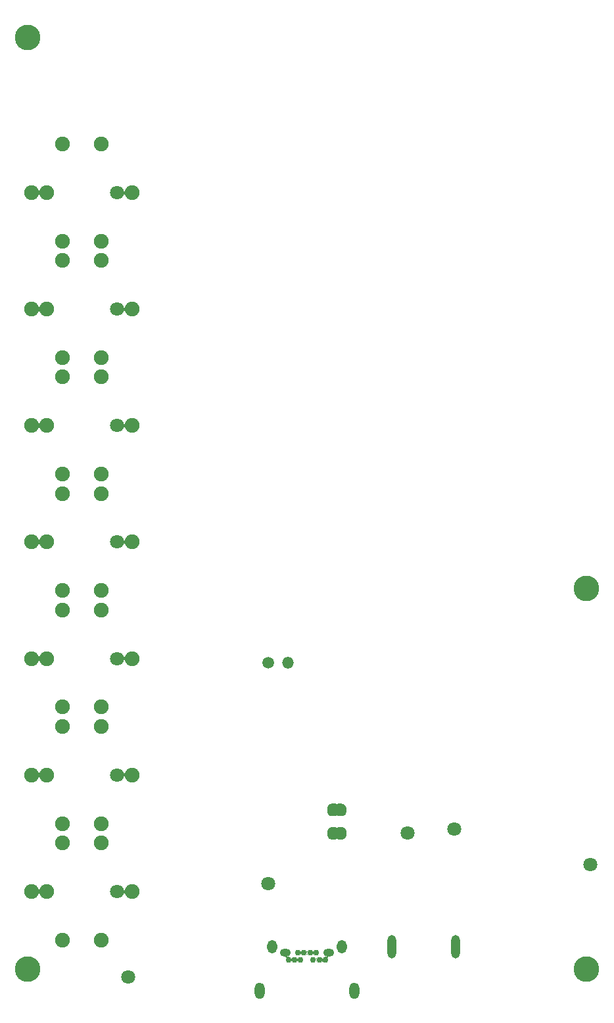
<source format=gbr>
G04 #@! TF.GenerationSoftware,KiCad,Pcbnew,(5.1.9-0-10_14)*
G04 #@! TF.CreationDate,2021-05-25T14:16:09+02:00*
G04 #@! TF.ProjectId,foodSampler_v21,666f6f64-5361-46d7-906c-65725f763231,rev?*
G04 #@! TF.SameCoordinates,Original*
G04 #@! TF.FileFunction,Soldermask,Bot*
G04 #@! TF.FilePolarity,Negative*
%FSLAX46Y46*%
G04 Gerber Fmt 4.6, Leading zero omitted, Abs format (unit mm)*
G04 Created by KiCad (PCBNEW (5.1.9-0-10_14)) date 2021-05-25 14:16:09*
%MOMM*%
%LPD*%
G01*
G04 APERTURE LIST*
%ADD10C,1.802000*%
%ADD11C,1.902000*%
%ADD12O,1.302000X2.102000*%
%ADD13O,1.302000X1.702000*%
%ADD14O,1.402000X1.002000*%
%ADD15C,0.752000*%
%ADD16C,3.302000*%
%ADD17C,1.502000*%
%ADD18O,1.502000X1.502000*%
%ADD19O,1.102000X3.002000*%
%ADD20C,0.100000*%
G04 APERTURE END LIST*
D10*
X41500000Y-145000000D03*
D11*
X32500000Y-145000000D03*
X30500000Y-145000000D03*
X43500000Y-145000000D03*
X34500000Y-151250000D03*
X34500000Y-138750000D03*
X39500000Y-151250000D03*
X39500000Y-138750000D03*
D10*
X41500000Y-70000000D03*
D11*
X32500000Y-70000000D03*
X30500000Y-70000000D03*
X43500000Y-70000000D03*
X34500000Y-76250000D03*
X34500000Y-63750000D03*
X39500000Y-76250000D03*
X39500000Y-63750000D03*
D12*
X59925000Y-157750000D03*
X72075000Y-157750000D03*
D13*
X70500000Y-152150000D03*
X61500000Y-152150000D03*
D14*
X63240000Y-152900000D03*
X68760000Y-152900000D03*
D15*
X64400000Y-153800000D03*
X65200000Y-153800000D03*
X66800000Y-153800000D03*
X64800000Y-152900000D03*
X65600000Y-152900000D03*
X66400000Y-152900000D03*
X67200000Y-152900000D03*
X67600000Y-153800000D03*
X63600000Y-153800000D03*
X68400000Y-153800000D03*
D11*
X39500000Y-48750000D03*
X39500000Y-61250000D03*
X34500000Y-48750000D03*
X34500000Y-61250000D03*
X43500000Y-55000000D03*
X30500000Y-55000000D03*
X32500000Y-55000000D03*
D10*
X41500000Y-55000000D03*
D11*
X39500000Y-78750000D03*
X39500000Y-91250000D03*
X34500000Y-78750000D03*
X34500000Y-91250000D03*
X43500000Y-85000000D03*
X30500000Y-85000000D03*
X32500000Y-85000000D03*
D10*
X41500000Y-85000000D03*
D11*
X39500000Y-93750000D03*
X39500000Y-106250000D03*
X34500000Y-93750000D03*
X34500000Y-106250000D03*
X43500000Y-100000000D03*
X30500000Y-100000000D03*
X32500000Y-100000000D03*
D10*
X41500000Y-100000000D03*
X41500000Y-115000000D03*
D11*
X32500000Y-115000000D03*
X30500000Y-115000000D03*
X43500000Y-115000000D03*
X34500000Y-121250000D03*
X34500000Y-108750000D03*
X39500000Y-121250000D03*
X39500000Y-108750000D03*
X39500000Y-123750000D03*
X39500000Y-136250000D03*
X34500000Y-123750000D03*
X34500000Y-136250000D03*
X43500000Y-130000000D03*
X30500000Y-130000000D03*
X32500000Y-130000000D03*
D10*
X41500000Y-130000000D03*
D16*
X30000000Y-35000000D03*
X102000000Y-155000000D03*
X30000000Y-155000000D03*
X102000000Y-106000000D03*
D10*
X43000000Y-156000000D03*
D17*
X61000000Y-115500000D03*
D18*
X63540000Y-115500000D03*
D19*
X85100000Y-152100000D03*
X76900000Y-152100000D03*
D20*
G36*
X69193888Y-135300398D02*
G01*
X69175466Y-135300398D01*
X69170467Y-135300152D01*
X69121636Y-135295342D01*
X69116686Y-135294608D01*
X69068561Y-135285036D01*
X69063705Y-135283820D01*
X69016750Y-135269576D01*
X69012039Y-135267890D01*
X68966706Y-135249113D01*
X68962180Y-135246973D01*
X68918907Y-135223842D01*
X68914616Y-135221269D01*
X68873817Y-135194009D01*
X68869796Y-135191027D01*
X68831867Y-135159899D01*
X68828159Y-135156538D01*
X68793462Y-135121841D01*
X68790101Y-135118133D01*
X68758973Y-135080204D01*
X68755991Y-135076183D01*
X68728731Y-135035384D01*
X68726158Y-135031093D01*
X68703027Y-134987820D01*
X68700887Y-134983294D01*
X68682110Y-134937961D01*
X68680424Y-134933250D01*
X68666180Y-134886295D01*
X68664964Y-134881439D01*
X68655392Y-134833314D01*
X68654658Y-134828364D01*
X68649848Y-134779533D01*
X68649602Y-134774534D01*
X68649602Y-134756112D01*
X68649000Y-134750000D01*
X68649000Y-134250000D01*
X68649602Y-134243888D01*
X68649602Y-134225466D01*
X68649848Y-134220467D01*
X68654658Y-134171636D01*
X68655392Y-134166686D01*
X68664964Y-134118561D01*
X68666180Y-134113705D01*
X68680424Y-134066750D01*
X68682110Y-134062039D01*
X68700887Y-134016706D01*
X68703027Y-134012180D01*
X68726158Y-133968907D01*
X68728731Y-133964616D01*
X68755991Y-133923817D01*
X68758973Y-133919796D01*
X68790101Y-133881867D01*
X68793462Y-133878159D01*
X68828159Y-133843462D01*
X68831867Y-133840101D01*
X68869796Y-133808973D01*
X68873817Y-133805991D01*
X68914616Y-133778731D01*
X68918907Y-133776158D01*
X68962180Y-133753027D01*
X68966706Y-133750887D01*
X69012039Y-133732110D01*
X69016750Y-133730424D01*
X69063705Y-133716180D01*
X69068561Y-133714964D01*
X69116686Y-133705392D01*
X69121636Y-133704658D01*
X69170467Y-133699848D01*
X69175466Y-133699602D01*
X69193888Y-133699602D01*
X69200000Y-133699000D01*
X69700000Y-133699000D01*
X69709950Y-133699980D01*
X69719517Y-133702882D01*
X69728334Y-133707595D01*
X69736062Y-133713938D01*
X69742405Y-133721666D01*
X69747118Y-133730483D01*
X69750020Y-133740050D01*
X69751000Y-133750000D01*
X69751000Y-135250000D01*
X69750020Y-135259950D01*
X69747118Y-135269517D01*
X69742405Y-135278334D01*
X69736062Y-135286062D01*
X69728334Y-135292405D01*
X69719517Y-135297118D01*
X69709950Y-135300020D01*
X69700000Y-135301000D01*
X69200000Y-135301000D01*
X69193888Y-135300398D01*
G37*
G36*
X69990050Y-135300020D02*
G01*
X69980483Y-135297118D01*
X69971666Y-135292405D01*
X69963938Y-135286062D01*
X69957595Y-135278334D01*
X69952882Y-135269517D01*
X69949980Y-135259950D01*
X69949000Y-135250000D01*
X69949000Y-133750000D01*
X69949980Y-133740050D01*
X69952882Y-133730483D01*
X69957595Y-133721666D01*
X69963938Y-133713938D01*
X69971666Y-133707595D01*
X69980483Y-133702882D01*
X69990050Y-133699980D01*
X70000000Y-133699000D01*
X70500000Y-133699000D01*
X70506112Y-133699602D01*
X70524534Y-133699602D01*
X70529533Y-133699848D01*
X70578364Y-133704658D01*
X70583314Y-133705392D01*
X70631439Y-133714964D01*
X70636295Y-133716180D01*
X70683250Y-133730424D01*
X70687961Y-133732110D01*
X70733294Y-133750887D01*
X70737820Y-133753027D01*
X70781093Y-133776158D01*
X70785384Y-133778731D01*
X70826183Y-133805991D01*
X70830204Y-133808973D01*
X70868133Y-133840101D01*
X70871841Y-133843462D01*
X70906538Y-133878159D01*
X70909899Y-133881867D01*
X70941027Y-133919796D01*
X70944009Y-133923817D01*
X70971269Y-133964616D01*
X70973842Y-133968907D01*
X70996973Y-134012180D01*
X70999113Y-134016706D01*
X71017890Y-134062039D01*
X71019576Y-134066750D01*
X71033820Y-134113705D01*
X71035036Y-134118561D01*
X71044608Y-134166686D01*
X71045342Y-134171636D01*
X71050152Y-134220467D01*
X71050398Y-134225466D01*
X71050398Y-134243888D01*
X71051000Y-134250000D01*
X71051000Y-134750000D01*
X71050398Y-134756112D01*
X71050398Y-134774534D01*
X71050152Y-134779533D01*
X71045342Y-134828364D01*
X71044608Y-134833314D01*
X71035036Y-134881439D01*
X71033820Y-134886295D01*
X71019576Y-134933250D01*
X71017890Y-134937961D01*
X70999113Y-134983294D01*
X70996973Y-134987820D01*
X70973842Y-135031093D01*
X70971269Y-135035384D01*
X70944009Y-135076183D01*
X70941027Y-135080204D01*
X70909899Y-135118133D01*
X70906538Y-135121841D01*
X70871841Y-135156538D01*
X70868133Y-135159899D01*
X70830204Y-135191027D01*
X70826183Y-135194009D01*
X70785384Y-135221269D01*
X70781093Y-135223842D01*
X70737820Y-135246973D01*
X70733294Y-135249113D01*
X70687961Y-135267890D01*
X70683250Y-135269576D01*
X70636295Y-135283820D01*
X70631439Y-135285036D01*
X70583314Y-135294608D01*
X70578364Y-135295342D01*
X70529533Y-135300152D01*
X70524534Y-135300398D01*
X70506112Y-135300398D01*
X70500000Y-135301000D01*
X70000000Y-135301000D01*
X69990050Y-135300020D01*
G37*
G36*
X69990050Y-138300020D02*
G01*
X69980483Y-138297118D01*
X69971666Y-138292405D01*
X69963938Y-138286062D01*
X69957595Y-138278334D01*
X69952882Y-138269517D01*
X69949980Y-138259950D01*
X69949000Y-138250000D01*
X69949000Y-136750000D01*
X69949980Y-136740050D01*
X69952882Y-136730483D01*
X69957595Y-136721666D01*
X69963938Y-136713938D01*
X69971666Y-136707595D01*
X69980483Y-136702882D01*
X69990050Y-136699980D01*
X70000000Y-136699000D01*
X70500000Y-136699000D01*
X70506112Y-136699602D01*
X70524534Y-136699602D01*
X70529533Y-136699848D01*
X70578364Y-136704658D01*
X70583314Y-136705392D01*
X70631439Y-136714964D01*
X70636295Y-136716180D01*
X70683250Y-136730424D01*
X70687961Y-136732110D01*
X70733294Y-136750887D01*
X70737820Y-136753027D01*
X70781093Y-136776158D01*
X70785384Y-136778731D01*
X70826183Y-136805991D01*
X70830204Y-136808973D01*
X70868133Y-136840101D01*
X70871841Y-136843462D01*
X70906538Y-136878159D01*
X70909899Y-136881867D01*
X70941027Y-136919796D01*
X70944009Y-136923817D01*
X70971269Y-136964616D01*
X70973842Y-136968907D01*
X70996973Y-137012180D01*
X70999113Y-137016706D01*
X71017890Y-137062039D01*
X71019576Y-137066750D01*
X71033820Y-137113705D01*
X71035036Y-137118561D01*
X71044608Y-137166686D01*
X71045342Y-137171636D01*
X71050152Y-137220467D01*
X71050398Y-137225466D01*
X71050398Y-137243888D01*
X71051000Y-137250000D01*
X71051000Y-137750000D01*
X71050398Y-137756112D01*
X71050398Y-137774534D01*
X71050152Y-137779533D01*
X71045342Y-137828364D01*
X71044608Y-137833314D01*
X71035036Y-137881439D01*
X71033820Y-137886295D01*
X71019576Y-137933250D01*
X71017890Y-137937961D01*
X70999113Y-137983294D01*
X70996973Y-137987820D01*
X70973842Y-138031093D01*
X70971269Y-138035384D01*
X70944009Y-138076183D01*
X70941027Y-138080204D01*
X70909899Y-138118133D01*
X70906538Y-138121841D01*
X70871841Y-138156538D01*
X70868133Y-138159899D01*
X70830204Y-138191027D01*
X70826183Y-138194009D01*
X70785384Y-138221269D01*
X70781093Y-138223842D01*
X70737820Y-138246973D01*
X70733294Y-138249113D01*
X70687961Y-138267890D01*
X70683250Y-138269576D01*
X70636295Y-138283820D01*
X70631439Y-138285036D01*
X70583314Y-138294608D01*
X70578364Y-138295342D01*
X70529533Y-138300152D01*
X70524534Y-138300398D01*
X70506112Y-138300398D01*
X70500000Y-138301000D01*
X70000000Y-138301000D01*
X69990050Y-138300020D01*
G37*
G36*
X69193888Y-138300398D02*
G01*
X69175466Y-138300398D01*
X69170467Y-138300152D01*
X69121636Y-138295342D01*
X69116686Y-138294608D01*
X69068561Y-138285036D01*
X69063705Y-138283820D01*
X69016750Y-138269576D01*
X69012039Y-138267890D01*
X68966706Y-138249113D01*
X68962180Y-138246973D01*
X68918907Y-138223842D01*
X68914616Y-138221269D01*
X68873817Y-138194009D01*
X68869796Y-138191027D01*
X68831867Y-138159899D01*
X68828159Y-138156538D01*
X68793462Y-138121841D01*
X68790101Y-138118133D01*
X68758973Y-138080204D01*
X68755991Y-138076183D01*
X68728731Y-138035384D01*
X68726158Y-138031093D01*
X68703027Y-137987820D01*
X68700887Y-137983294D01*
X68682110Y-137937961D01*
X68680424Y-137933250D01*
X68666180Y-137886295D01*
X68664964Y-137881439D01*
X68655392Y-137833314D01*
X68654658Y-137828364D01*
X68649848Y-137779533D01*
X68649602Y-137774534D01*
X68649602Y-137756112D01*
X68649000Y-137750000D01*
X68649000Y-137250000D01*
X68649602Y-137243888D01*
X68649602Y-137225466D01*
X68649848Y-137220467D01*
X68654658Y-137171636D01*
X68655392Y-137166686D01*
X68664964Y-137118561D01*
X68666180Y-137113705D01*
X68680424Y-137066750D01*
X68682110Y-137062039D01*
X68700887Y-137016706D01*
X68703027Y-137012180D01*
X68726158Y-136968907D01*
X68728731Y-136964616D01*
X68755991Y-136923817D01*
X68758973Y-136919796D01*
X68790101Y-136881867D01*
X68793462Y-136878159D01*
X68828159Y-136843462D01*
X68831867Y-136840101D01*
X68869796Y-136808973D01*
X68873817Y-136805991D01*
X68914616Y-136778731D01*
X68918907Y-136776158D01*
X68962180Y-136753027D01*
X68966706Y-136750887D01*
X69012039Y-136732110D01*
X69016750Y-136730424D01*
X69063705Y-136716180D01*
X69068561Y-136714964D01*
X69116686Y-136705392D01*
X69121636Y-136704658D01*
X69170467Y-136699848D01*
X69175466Y-136699602D01*
X69193888Y-136699602D01*
X69200000Y-136699000D01*
X69700000Y-136699000D01*
X69709950Y-136699980D01*
X69719517Y-136702882D01*
X69728334Y-136707595D01*
X69736062Y-136713938D01*
X69742405Y-136721666D01*
X69747118Y-136730483D01*
X69750020Y-136740050D01*
X69751000Y-136750000D01*
X69751000Y-138250000D01*
X69750020Y-138259950D01*
X69747118Y-138269517D01*
X69742405Y-138278334D01*
X69736062Y-138286062D01*
X69728334Y-138292405D01*
X69719517Y-138297118D01*
X69709950Y-138300020D01*
X69700000Y-138301000D01*
X69200000Y-138301000D01*
X69193888Y-138300398D01*
G37*
D10*
X79000000Y-137500000D03*
X61000000Y-144000000D03*
X85000000Y-137000000D03*
X102500000Y-141500000D03*
D20*
G36*
X67901513Y-153574139D02*
G01*
X67913034Y-153588178D01*
X67931671Y-153603473D01*
X67952935Y-153614838D01*
X67976010Y-153621838D01*
X68000001Y-153624201D01*
X68023992Y-153621838D01*
X68047067Y-153614838D01*
X68068331Y-153603472D01*
X68086967Y-153588177D01*
X68098488Y-153574139D01*
X68100360Y-153573435D01*
X68101906Y-153574704D01*
X68101697Y-153576519D01*
X68070171Y-153623702D01*
X68042114Y-153691435D01*
X68027811Y-153763345D01*
X68027811Y-153836655D01*
X68042114Y-153908565D01*
X68070171Y-153976298D01*
X68101696Y-154023481D01*
X68101827Y-154025477D01*
X68100164Y-154026588D01*
X68098487Y-154025861D01*
X68086966Y-154011822D01*
X68068329Y-153996527D01*
X68047065Y-153985162D01*
X68023990Y-153978162D01*
X67999999Y-153975799D01*
X67976008Y-153978162D01*
X67952933Y-153985162D01*
X67931669Y-153996528D01*
X67913033Y-154011823D01*
X67901512Y-154025861D01*
X67899640Y-154026565D01*
X67898094Y-154025296D01*
X67898303Y-154023481D01*
X67929829Y-153976298D01*
X67957886Y-153908565D01*
X67972189Y-153836655D01*
X67972189Y-153763345D01*
X67957886Y-153691435D01*
X67929829Y-153623702D01*
X67898304Y-153576519D01*
X67898173Y-153574523D01*
X67899836Y-153573412D01*
X67901513Y-153574139D01*
G37*
G36*
X64701513Y-153574139D02*
G01*
X64713034Y-153588178D01*
X64731671Y-153603473D01*
X64752935Y-153614838D01*
X64776010Y-153621838D01*
X64800001Y-153624201D01*
X64823992Y-153621838D01*
X64847067Y-153614838D01*
X64868331Y-153603472D01*
X64886967Y-153588177D01*
X64898488Y-153574139D01*
X64900360Y-153573435D01*
X64901906Y-153574704D01*
X64901697Y-153576519D01*
X64870171Y-153623702D01*
X64842114Y-153691435D01*
X64827811Y-153763345D01*
X64827811Y-153836655D01*
X64842114Y-153908565D01*
X64870171Y-153976298D01*
X64901696Y-154023481D01*
X64901827Y-154025477D01*
X64900164Y-154026588D01*
X64898487Y-154025861D01*
X64886966Y-154011822D01*
X64868329Y-153996527D01*
X64847065Y-153985162D01*
X64823990Y-153978162D01*
X64799999Y-153975799D01*
X64776008Y-153978162D01*
X64752933Y-153985162D01*
X64731669Y-153996528D01*
X64713033Y-154011823D01*
X64701512Y-154025861D01*
X64699640Y-154026565D01*
X64698094Y-154025296D01*
X64698303Y-154023481D01*
X64729829Y-153976298D01*
X64757886Y-153908565D01*
X64772189Y-153836655D01*
X64772189Y-153763345D01*
X64757886Y-153691435D01*
X64729829Y-153623702D01*
X64698304Y-153576519D01*
X64698173Y-153574523D01*
X64699836Y-153573412D01*
X64701513Y-153574139D01*
G37*
G36*
X63901513Y-153574139D02*
G01*
X63913034Y-153588178D01*
X63931671Y-153603473D01*
X63952935Y-153614838D01*
X63976010Y-153621838D01*
X64000001Y-153624201D01*
X64023992Y-153621838D01*
X64047067Y-153614838D01*
X64068331Y-153603472D01*
X64086967Y-153588177D01*
X64098488Y-153574139D01*
X64100360Y-153573435D01*
X64101906Y-153574704D01*
X64101697Y-153576519D01*
X64070171Y-153623702D01*
X64042114Y-153691435D01*
X64027811Y-153763345D01*
X64027811Y-153836655D01*
X64042114Y-153908565D01*
X64070171Y-153976298D01*
X64101696Y-154023481D01*
X64101827Y-154025477D01*
X64100164Y-154026588D01*
X64098487Y-154025861D01*
X64086966Y-154011822D01*
X64068329Y-153996527D01*
X64047065Y-153985162D01*
X64023990Y-153978162D01*
X63999999Y-153975799D01*
X63976008Y-153978162D01*
X63952933Y-153985162D01*
X63931669Y-153996528D01*
X63913033Y-154011823D01*
X63901512Y-154025861D01*
X63899640Y-154026565D01*
X63898094Y-154025296D01*
X63898303Y-154023481D01*
X63929829Y-153976298D01*
X63957886Y-153908565D01*
X63972189Y-153836655D01*
X63972189Y-153763345D01*
X63957886Y-153691435D01*
X63929829Y-153623702D01*
X63898304Y-153576519D01*
X63898173Y-153574523D01*
X63899836Y-153573412D01*
X63901513Y-153574139D01*
G37*
G36*
X67101513Y-153574139D02*
G01*
X67113034Y-153588178D01*
X67131671Y-153603473D01*
X67152935Y-153614838D01*
X67176010Y-153621838D01*
X67200001Y-153624201D01*
X67223992Y-153621838D01*
X67247067Y-153614838D01*
X67268331Y-153603472D01*
X67286967Y-153588177D01*
X67298488Y-153574139D01*
X67300360Y-153573435D01*
X67301906Y-153574704D01*
X67301697Y-153576519D01*
X67270171Y-153623702D01*
X67242114Y-153691435D01*
X67227811Y-153763345D01*
X67227811Y-153836655D01*
X67242114Y-153908565D01*
X67270171Y-153976298D01*
X67301696Y-154023481D01*
X67301827Y-154025477D01*
X67300164Y-154026588D01*
X67298487Y-154025861D01*
X67286966Y-154011822D01*
X67268329Y-153996527D01*
X67247065Y-153985162D01*
X67223990Y-153978162D01*
X67199999Y-153975799D01*
X67176008Y-153978162D01*
X67152933Y-153985162D01*
X67131669Y-153996528D01*
X67113033Y-154011823D01*
X67101512Y-154025861D01*
X67099640Y-154026565D01*
X67098094Y-154025296D01*
X67098303Y-154023481D01*
X67129829Y-153976298D01*
X67157886Y-153908565D01*
X67172189Y-153836655D01*
X67172189Y-153763345D01*
X67157886Y-153691435D01*
X67129829Y-153623702D01*
X67098304Y-153576519D01*
X67098173Y-153574523D01*
X67099836Y-153573412D01*
X67101513Y-153574139D01*
G37*
G36*
X68238285Y-153278382D02*
G01*
X68282775Y-153314895D01*
X68369045Y-153361007D01*
X68462655Y-153389403D01*
X68560094Y-153399000D01*
X68816563Y-153399000D01*
X68818295Y-153400000D01*
X68818295Y-153402000D01*
X68816759Y-153402990D01*
X68792572Y-153405372D01*
X68769497Y-153412372D01*
X68748233Y-153423737D01*
X68729596Y-153439032D01*
X68714301Y-153457669D01*
X68702936Y-153478933D01*
X68695936Y-153502008D01*
X68693573Y-153525999D01*
X68695936Y-153549990D01*
X68702936Y-153573065D01*
X68711498Y-153589085D01*
X68711432Y-153591084D01*
X68709668Y-153592027D01*
X68708071Y-153591139D01*
X68689098Y-153562742D01*
X68637258Y-153510902D01*
X68576298Y-153470171D01*
X68508565Y-153442114D01*
X68436655Y-153427811D01*
X68363345Y-153427811D01*
X68291435Y-153442114D01*
X68223543Y-153470237D01*
X68221561Y-153469976D01*
X68220795Y-153468128D01*
X68221509Y-153466843D01*
X68235596Y-153455282D01*
X68250891Y-153436645D01*
X68262256Y-153415381D01*
X68269256Y-153392306D01*
X68271619Y-153368315D01*
X68269256Y-153344324D01*
X68262256Y-153321249D01*
X68250890Y-153299986D01*
X68235470Y-153281197D01*
X68235144Y-153279223D01*
X68236690Y-153277955D01*
X68238285Y-153278382D01*
G37*
G36*
X63769703Y-153275707D02*
G01*
X63769144Y-153277447D01*
X63756300Y-153290291D01*
X63742905Y-153310338D01*
X63733679Y-153332612D01*
X63728974Y-153356262D01*
X63728974Y-153380368D01*
X63733678Y-153404018D01*
X63742904Y-153426292D01*
X63756299Y-153446340D01*
X63773383Y-153463424D01*
X63777277Y-153466312D01*
X63778073Y-153468147D01*
X63776881Y-153469753D01*
X63775321Y-153469766D01*
X63708565Y-153442114D01*
X63636655Y-153427811D01*
X63563345Y-153427811D01*
X63491435Y-153442114D01*
X63423702Y-153470171D01*
X63362742Y-153510902D01*
X63310902Y-153562742D01*
X63291928Y-153591139D01*
X63290134Y-153592024D01*
X63288471Y-153590913D01*
X63288501Y-153589085D01*
X63297064Y-153573066D01*
X63304064Y-153549991D01*
X63306427Y-153525999D01*
X63304064Y-153502009D01*
X63297064Y-153478934D01*
X63285699Y-153457670D01*
X63270404Y-153439033D01*
X63251768Y-153423738D01*
X63230504Y-153412372D01*
X63207429Y-153405372D01*
X63183241Y-153402990D01*
X63181615Y-153401825D01*
X63181811Y-153399835D01*
X63183437Y-153399000D01*
X63439906Y-153399000D01*
X63537345Y-153389403D01*
X63630955Y-153361007D01*
X63717225Y-153314895D01*
X63766461Y-153274487D01*
X63768434Y-153274161D01*
X63769703Y-153275707D01*
G37*
G36*
X66701513Y-152674139D02*
G01*
X66713034Y-152688178D01*
X66731671Y-152703473D01*
X66752935Y-152714838D01*
X66776010Y-152721838D01*
X66800001Y-152724201D01*
X66823992Y-152721838D01*
X66847067Y-152714838D01*
X66868331Y-152703472D01*
X66886967Y-152688177D01*
X66898488Y-152674139D01*
X66900360Y-152673435D01*
X66901906Y-152674704D01*
X66901697Y-152676519D01*
X66870171Y-152723702D01*
X66842114Y-152791435D01*
X66827811Y-152863345D01*
X66827811Y-152936655D01*
X66842114Y-153008565D01*
X66870171Y-153076298D01*
X66901696Y-153123481D01*
X66901827Y-153125477D01*
X66900164Y-153126588D01*
X66898487Y-153125861D01*
X66886966Y-153111822D01*
X66868329Y-153096527D01*
X66847065Y-153085162D01*
X66823990Y-153078162D01*
X66799999Y-153075799D01*
X66776008Y-153078162D01*
X66752933Y-153085162D01*
X66731669Y-153096528D01*
X66713033Y-153111823D01*
X66701512Y-153125861D01*
X66699640Y-153126565D01*
X66698094Y-153125296D01*
X66698303Y-153123481D01*
X66729829Y-153076298D01*
X66757886Y-153008565D01*
X66772189Y-152936655D01*
X66772189Y-152863345D01*
X66757886Y-152791435D01*
X66729829Y-152723702D01*
X66698304Y-152676519D01*
X66698173Y-152674523D01*
X66699836Y-152673412D01*
X66701513Y-152674139D01*
G37*
G36*
X65101513Y-152674139D02*
G01*
X65113034Y-152688178D01*
X65131671Y-152703473D01*
X65152935Y-152714838D01*
X65176010Y-152721838D01*
X65200001Y-152724201D01*
X65223992Y-152721838D01*
X65247067Y-152714838D01*
X65268331Y-152703472D01*
X65286967Y-152688177D01*
X65298488Y-152674139D01*
X65300360Y-152673435D01*
X65301906Y-152674704D01*
X65301697Y-152676519D01*
X65270171Y-152723702D01*
X65242114Y-152791435D01*
X65227811Y-152863345D01*
X65227811Y-152936655D01*
X65242114Y-153008565D01*
X65270171Y-153076298D01*
X65301696Y-153123481D01*
X65301827Y-153125477D01*
X65300164Y-153126588D01*
X65298487Y-153125861D01*
X65286966Y-153111822D01*
X65268329Y-153096527D01*
X65247065Y-153085162D01*
X65223990Y-153078162D01*
X65199999Y-153075799D01*
X65176008Y-153078162D01*
X65152933Y-153085162D01*
X65131669Y-153096528D01*
X65113033Y-153111823D01*
X65101512Y-153125861D01*
X65099640Y-153126565D01*
X65098094Y-153125296D01*
X65098303Y-153123481D01*
X65129829Y-153076298D01*
X65157886Y-153008565D01*
X65172189Y-152936655D01*
X65172189Y-152863345D01*
X65157886Y-152791435D01*
X65129829Y-152723702D01*
X65098304Y-152676519D01*
X65098173Y-152674523D01*
X65099836Y-152673412D01*
X65101513Y-152674139D01*
G37*
G36*
X65901513Y-152674139D02*
G01*
X65913034Y-152688178D01*
X65931671Y-152703473D01*
X65952935Y-152714838D01*
X65976010Y-152721838D01*
X66000001Y-152724201D01*
X66023992Y-152721838D01*
X66047067Y-152714838D01*
X66068331Y-152703472D01*
X66086967Y-152688177D01*
X66098488Y-152674139D01*
X66100360Y-152673435D01*
X66101906Y-152674704D01*
X66101697Y-152676519D01*
X66070171Y-152723702D01*
X66042114Y-152791435D01*
X66027811Y-152863345D01*
X66027811Y-152936655D01*
X66042114Y-153008565D01*
X66070171Y-153076298D01*
X66101696Y-153123481D01*
X66101827Y-153125477D01*
X66100164Y-153126588D01*
X66098487Y-153125861D01*
X66086966Y-153111822D01*
X66068329Y-153096527D01*
X66047065Y-153085162D01*
X66023990Y-153078162D01*
X65999999Y-153075799D01*
X65976008Y-153078162D01*
X65952933Y-153085162D01*
X65931669Y-153096528D01*
X65913033Y-153111823D01*
X65901512Y-153125861D01*
X65899640Y-153126565D01*
X65898094Y-153125296D01*
X65898303Y-153123481D01*
X65929829Y-153076298D01*
X65957886Y-153008565D01*
X65972189Y-152936655D01*
X65972189Y-152863345D01*
X65957886Y-152791435D01*
X65929829Y-152723702D01*
X65898304Y-152676519D01*
X65898173Y-152674523D01*
X65899836Y-152673412D01*
X65901513Y-152674139D01*
G37*
G36*
X31614288Y-144668225D02*
G01*
X31614438Y-144670046D01*
X31591874Y-144724521D01*
X31555579Y-144906985D01*
X31555579Y-145093015D01*
X31591874Y-145275479D01*
X31614438Y-145329953D01*
X31614177Y-145331936D01*
X31612329Y-145332701D01*
X31610826Y-145331661D01*
X31602262Y-145315638D01*
X31586966Y-145297001D01*
X31568329Y-145281706D01*
X31547066Y-145270341D01*
X31523991Y-145263341D01*
X31500000Y-145260978D01*
X31476008Y-145263341D01*
X31452934Y-145270341D01*
X31431670Y-145281706D01*
X31413033Y-145297002D01*
X31397738Y-145315639D01*
X31389174Y-145331662D01*
X31387475Y-145332718D01*
X31385712Y-145331775D01*
X31385562Y-145329954D01*
X31408126Y-145275479D01*
X31444421Y-145093015D01*
X31444421Y-144906985D01*
X31408126Y-144724521D01*
X31385562Y-144670047D01*
X31385823Y-144668064D01*
X31387671Y-144667299D01*
X31389174Y-144668339D01*
X31397738Y-144684362D01*
X31413034Y-144702999D01*
X31431671Y-144718294D01*
X31452934Y-144729659D01*
X31476009Y-144736659D01*
X31500000Y-144739022D01*
X31523992Y-144736659D01*
X31547066Y-144729659D01*
X31568330Y-144718294D01*
X31586967Y-144702998D01*
X31602262Y-144684361D01*
X31610826Y-144668338D01*
X31612525Y-144667282D01*
X31614288Y-144668225D01*
G37*
G36*
X42590935Y-144725749D02*
G01*
X42591310Y-144727356D01*
X42555579Y-144906985D01*
X42555579Y-145093015D01*
X42591310Y-145272644D01*
X42590667Y-145274538D01*
X42588705Y-145274928D01*
X42587500Y-145273800D01*
X42586744Y-145271974D01*
X42575333Y-145250625D01*
X42560038Y-145231988D01*
X42541401Y-145216693D01*
X42520137Y-145205328D01*
X42497062Y-145198328D01*
X42473071Y-145195965D01*
X42449080Y-145198328D01*
X42426005Y-145205328D01*
X42404741Y-145216693D01*
X42386104Y-145231988D01*
X42370809Y-145250625D01*
X42362242Y-145266653D01*
X42360543Y-145267709D01*
X42358780Y-145266766D01*
X42358630Y-145264945D01*
X42360279Y-145260964D01*
X42394661Y-145088114D01*
X42394661Y-144911886D01*
X42360279Y-144739036D01*
X42358630Y-144735055D01*
X42358891Y-144733073D01*
X42360739Y-144732307D01*
X42362242Y-144733347D01*
X42370809Y-144749375D01*
X42386105Y-144768012D01*
X42404742Y-144783307D01*
X42426005Y-144794672D01*
X42449080Y-144801672D01*
X42473072Y-144804035D01*
X42497063Y-144801672D01*
X42520138Y-144794672D01*
X42541401Y-144783307D01*
X42560038Y-144768011D01*
X42575333Y-144749374D01*
X42586744Y-144728026D01*
X42587500Y-144726200D01*
X42589087Y-144724983D01*
X42590935Y-144725749D01*
G37*
G36*
X69745405Y-136723117D02*
G01*
X69746334Y-136724249D01*
X69746451Y-136724407D01*
X69754929Y-136737096D01*
X69771976Y-136754143D01*
X69792024Y-136767538D01*
X69814298Y-136776764D01*
X69837948Y-136781468D01*
X69862054Y-136781468D01*
X69885704Y-136776763D01*
X69907978Y-136767537D01*
X69928025Y-136754142D01*
X69945072Y-136737095D01*
X69953550Y-136724407D01*
X69953667Y-136724249D01*
X69954593Y-136723121D01*
X69956465Y-136722417D01*
X69958011Y-136723686D01*
X69957903Y-136725333D01*
X69954739Y-136731252D01*
X69951950Y-136740445D01*
X69951000Y-136750094D01*
X69951000Y-138249906D01*
X69951950Y-138259555D01*
X69954739Y-138268748D01*
X69957905Y-138274671D01*
X69957839Y-138276670D01*
X69956076Y-138277613D01*
X69954595Y-138276883D01*
X69953666Y-138275751D01*
X69953549Y-138275593D01*
X69945071Y-138262904D01*
X69928024Y-138245857D01*
X69907976Y-138232462D01*
X69885702Y-138223236D01*
X69862052Y-138218532D01*
X69837946Y-138218532D01*
X69814296Y-138223237D01*
X69792022Y-138232463D01*
X69771975Y-138245858D01*
X69754928Y-138262905D01*
X69746450Y-138275593D01*
X69746333Y-138275751D01*
X69745407Y-138276879D01*
X69743535Y-138277583D01*
X69741989Y-138276314D01*
X69742097Y-138274667D01*
X69745261Y-138268748D01*
X69748050Y-138259555D01*
X69749000Y-138249906D01*
X69749000Y-136750094D01*
X69748050Y-136740445D01*
X69745261Y-136731252D01*
X69742095Y-136725329D01*
X69742161Y-136723330D01*
X69743924Y-136722387D01*
X69745405Y-136723117D01*
G37*
G36*
X69745405Y-133723117D02*
G01*
X69746334Y-133724249D01*
X69746451Y-133724407D01*
X69754929Y-133737096D01*
X69771976Y-133754143D01*
X69792024Y-133767538D01*
X69814298Y-133776764D01*
X69837948Y-133781468D01*
X69862054Y-133781468D01*
X69885704Y-133776763D01*
X69907978Y-133767537D01*
X69928025Y-133754142D01*
X69945072Y-133737095D01*
X69953550Y-133724407D01*
X69953667Y-133724249D01*
X69954593Y-133723121D01*
X69956465Y-133722417D01*
X69958011Y-133723686D01*
X69957903Y-133725333D01*
X69954739Y-133731252D01*
X69951950Y-133740445D01*
X69951000Y-133750094D01*
X69951000Y-135249906D01*
X69951950Y-135259555D01*
X69954739Y-135268748D01*
X69957905Y-135274671D01*
X69957839Y-135276670D01*
X69956076Y-135277613D01*
X69954595Y-135276883D01*
X69953666Y-135275751D01*
X69953549Y-135275593D01*
X69945071Y-135262904D01*
X69928024Y-135245857D01*
X69907976Y-135232462D01*
X69885702Y-135223236D01*
X69862052Y-135218532D01*
X69837946Y-135218532D01*
X69814296Y-135223237D01*
X69792022Y-135232463D01*
X69771975Y-135245858D01*
X69754928Y-135262905D01*
X69746450Y-135275593D01*
X69746333Y-135275751D01*
X69745407Y-135276879D01*
X69743535Y-135277583D01*
X69741989Y-135276314D01*
X69742097Y-135274667D01*
X69745261Y-135268748D01*
X69748050Y-135259555D01*
X69749000Y-135249906D01*
X69749000Y-133750094D01*
X69748050Y-133740445D01*
X69745261Y-133731252D01*
X69742095Y-133725329D01*
X69742161Y-133723330D01*
X69743924Y-133722387D01*
X69745405Y-133723117D01*
G37*
G36*
X31614288Y-129668225D02*
G01*
X31614438Y-129670046D01*
X31591874Y-129724521D01*
X31555579Y-129906985D01*
X31555579Y-130093015D01*
X31591874Y-130275479D01*
X31614438Y-130329953D01*
X31614177Y-130331936D01*
X31612329Y-130332701D01*
X31610826Y-130331661D01*
X31602262Y-130315638D01*
X31586966Y-130297001D01*
X31568329Y-130281706D01*
X31547066Y-130270341D01*
X31523991Y-130263341D01*
X31500000Y-130260978D01*
X31476008Y-130263341D01*
X31452934Y-130270341D01*
X31431670Y-130281706D01*
X31413033Y-130297002D01*
X31397738Y-130315639D01*
X31389174Y-130331662D01*
X31387475Y-130332718D01*
X31385712Y-130331775D01*
X31385562Y-130329954D01*
X31408126Y-130275479D01*
X31444421Y-130093015D01*
X31444421Y-129906985D01*
X31408126Y-129724521D01*
X31385562Y-129670047D01*
X31385823Y-129668064D01*
X31387671Y-129667299D01*
X31389174Y-129668339D01*
X31397738Y-129684362D01*
X31413034Y-129702999D01*
X31431671Y-129718294D01*
X31452934Y-129729659D01*
X31476009Y-129736659D01*
X31500000Y-129739022D01*
X31523992Y-129736659D01*
X31547066Y-129729659D01*
X31568330Y-129718294D01*
X31586967Y-129702998D01*
X31602262Y-129684361D01*
X31610826Y-129668338D01*
X31612525Y-129667282D01*
X31614288Y-129668225D01*
G37*
G36*
X42590935Y-129725749D02*
G01*
X42591310Y-129727356D01*
X42555579Y-129906985D01*
X42555579Y-130093015D01*
X42591310Y-130272644D01*
X42590667Y-130274538D01*
X42588705Y-130274928D01*
X42587500Y-130273800D01*
X42586744Y-130271974D01*
X42575333Y-130250625D01*
X42560038Y-130231988D01*
X42541401Y-130216693D01*
X42520137Y-130205328D01*
X42497062Y-130198328D01*
X42473071Y-130195965D01*
X42449080Y-130198328D01*
X42426005Y-130205328D01*
X42404741Y-130216693D01*
X42386104Y-130231988D01*
X42370809Y-130250625D01*
X42362242Y-130266653D01*
X42360543Y-130267709D01*
X42358780Y-130266766D01*
X42358630Y-130264945D01*
X42360279Y-130260964D01*
X42394661Y-130088114D01*
X42394661Y-129911886D01*
X42360279Y-129739036D01*
X42358630Y-129735055D01*
X42358891Y-129733073D01*
X42360739Y-129732307D01*
X42362242Y-129733347D01*
X42370809Y-129749375D01*
X42386105Y-129768012D01*
X42404742Y-129783307D01*
X42426005Y-129794672D01*
X42449080Y-129801672D01*
X42473072Y-129804035D01*
X42497063Y-129801672D01*
X42520138Y-129794672D01*
X42541401Y-129783307D01*
X42560038Y-129768011D01*
X42575333Y-129749374D01*
X42586744Y-129728026D01*
X42587500Y-129726200D01*
X42589087Y-129724983D01*
X42590935Y-129725749D01*
G37*
G36*
X31614288Y-114668225D02*
G01*
X31614438Y-114670046D01*
X31591874Y-114724521D01*
X31555579Y-114906985D01*
X31555579Y-115093015D01*
X31591874Y-115275479D01*
X31614438Y-115329953D01*
X31614177Y-115331936D01*
X31612329Y-115332701D01*
X31610826Y-115331661D01*
X31602262Y-115315638D01*
X31586966Y-115297001D01*
X31568329Y-115281706D01*
X31547066Y-115270341D01*
X31523991Y-115263341D01*
X31500000Y-115260978D01*
X31476008Y-115263341D01*
X31452934Y-115270341D01*
X31431670Y-115281706D01*
X31413033Y-115297002D01*
X31397738Y-115315639D01*
X31389174Y-115331662D01*
X31387475Y-115332718D01*
X31385712Y-115331775D01*
X31385562Y-115329954D01*
X31408126Y-115275479D01*
X31444421Y-115093015D01*
X31444421Y-114906985D01*
X31408126Y-114724521D01*
X31385562Y-114670047D01*
X31385823Y-114668064D01*
X31387671Y-114667299D01*
X31389174Y-114668339D01*
X31397738Y-114684362D01*
X31413034Y-114702999D01*
X31431671Y-114718294D01*
X31452934Y-114729659D01*
X31476009Y-114736659D01*
X31500000Y-114739022D01*
X31523992Y-114736659D01*
X31547066Y-114729659D01*
X31568330Y-114718294D01*
X31586967Y-114702998D01*
X31602262Y-114684361D01*
X31610826Y-114668338D01*
X31612525Y-114667282D01*
X31614288Y-114668225D01*
G37*
G36*
X42590935Y-114725749D02*
G01*
X42591310Y-114727356D01*
X42555579Y-114906985D01*
X42555579Y-115093015D01*
X42591310Y-115272644D01*
X42590667Y-115274538D01*
X42588705Y-115274928D01*
X42587500Y-115273800D01*
X42586744Y-115271974D01*
X42575333Y-115250625D01*
X42560038Y-115231988D01*
X42541401Y-115216693D01*
X42520137Y-115205328D01*
X42497062Y-115198328D01*
X42473071Y-115195965D01*
X42449080Y-115198328D01*
X42426005Y-115205328D01*
X42404741Y-115216693D01*
X42386104Y-115231988D01*
X42370809Y-115250625D01*
X42362242Y-115266653D01*
X42360543Y-115267709D01*
X42358780Y-115266766D01*
X42358630Y-115264945D01*
X42360279Y-115260964D01*
X42394661Y-115088114D01*
X42394661Y-114911886D01*
X42360279Y-114739036D01*
X42358630Y-114735055D01*
X42358891Y-114733073D01*
X42360739Y-114732307D01*
X42362242Y-114733347D01*
X42370809Y-114749375D01*
X42386105Y-114768012D01*
X42404742Y-114783307D01*
X42426005Y-114794672D01*
X42449080Y-114801672D01*
X42473072Y-114804035D01*
X42497063Y-114801672D01*
X42520138Y-114794672D01*
X42541401Y-114783307D01*
X42560038Y-114768011D01*
X42575333Y-114749374D01*
X42586744Y-114728026D01*
X42587500Y-114726200D01*
X42589087Y-114724983D01*
X42590935Y-114725749D01*
G37*
G36*
X31614288Y-99668225D02*
G01*
X31614438Y-99670046D01*
X31591874Y-99724521D01*
X31555579Y-99906985D01*
X31555579Y-100093015D01*
X31591874Y-100275479D01*
X31614438Y-100329953D01*
X31614177Y-100331936D01*
X31612329Y-100332701D01*
X31610826Y-100331661D01*
X31602262Y-100315638D01*
X31586966Y-100297001D01*
X31568329Y-100281706D01*
X31547066Y-100270341D01*
X31523991Y-100263341D01*
X31500000Y-100260978D01*
X31476008Y-100263341D01*
X31452934Y-100270341D01*
X31431670Y-100281706D01*
X31413033Y-100297002D01*
X31397738Y-100315639D01*
X31389174Y-100331662D01*
X31387475Y-100332718D01*
X31385712Y-100331775D01*
X31385562Y-100329954D01*
X31408126Y-100275479D01*
X31444421Y-100093015D01*
X31444421Y-99906985D01*
X31408126Y-99724521D01*
X31385562Y-99670047D01*
X31385823Y-99668064D01*
X31387671Y-99667299D01*
X31389174Y-99668339D01*
X31397738Y-99684362D01*
X31413034Y-99702999D01*
X31431671Y-99718294D01*
X31452934Y-99729659D01*
X31476009Y-99736659D01*
X31500000Y-99739022D01*
X31523992Y-99736659D01*
X31547066Y-99729659D01*
X31568330Y-99718294D01*
X31586967Y-99702998D01*
X31602262Y-99684361D01*
X31610826Y-99668338D01*
X31612525Y-99667282D01*
X31614288Y-99668225D01*
G37*
G36*
X42590935Y-99725749D02*
G01*
X42591310Y-99727356D01*
X42555579Y-99906985D01*
X42555579Y-100093015D01*
X42591310Y-100272644D01*
X42590667Y-100274538D01*
X42588705Y-100274928D01*
X42587500Y-100273800D01*
X42586744Y-100271974D01*
X42575333Y-100250625D01*
X42560038Y-100231988D01*
X42541401Y-100216693D01*
X42520137Y-100205328D01*
X42497062Y-100198328D01*
X42473071Y-100195965D01*
X42449080Y-100198328D01*
X42426005Y-100205328D01*
X42404741Y-100216693D01*
X42386104Y-100231988D01*
X42370809Y-100250625D01*
X42362242Y-100266653D01*
X42360543Y-100267709D01*
X42358780Y-100266766D01*
X42358630Y-100264945D01*
X42360279Y-100260964D01*
X42394661Y-100088114D01*
X42394661Y-99911886D01*
X42360279Y-99739036D01*
X42358630Y-99735055D01*
X42358891Y-99733073D01*
X42360739Y-99732307D01*
X42362242Y-99733347D01*
X42370809Y-99749375D01*
X42386105Y-99768012D01*
X42404742Y-99783307D01*
X42426005Y-99794672D01*
X42449080Y-99801672D01*
X42473072Y-99804035D01*
X42497063Y-99801672D01*
X42520138Y-99794672D01*
X42541401Y-99783307D01*
X42560038Y-99768011D01*
X42575333Y-99749374D01*
X42586744Y-99728026D01*
X42587500Y-99726200D01*
X42589087Y-99724983D01*
X42590935Y-99725749D01*
G37*
G36*
X31614288Y-84668225D02*
G01*
X31614438Y-84670046D01*
X31591874Y-84724521D01*
X31555579Y-84906985D01*
X31555579Y-85093015D01*
X31591874Y-85275479D01*
X31614438Y-85329953D01*
X31614177Y-85331936D01*
X31612329Y-85332701D01*
X31610826Y-85331661D01*
X31602262Y-85315638D01*
X31586966Y-85297001D01*
X31568329Y-85281706D01*
X31547066Y-85270341D01*
X31523991Y-85263341D01*
X31500000Y-85260978D01*
X31476008Y-85263341D01*
X31452934Y-85270341D01*
X31431670Y-85281706D01*
X31413033Y-85297002D01*
X31397738Y-85315639D01*
X31389174Y-85331662D01*
X31387475Y-85332718D01*
X31385712Y-85331775D01*
X31385562Y-85329954D01*
X31408126Y-85275479D01*
X31444421Y-85093015D01*
X31444421Y-84906985D01*
X31408126Y-84724521D01*
X31385562Y-84670047D01*
X31385823Y-84668064D01*
X31387671Y-84667299D01*
X31389174Y-84668339D01*
X31397738Y-84684362D01*
X31413034Y-84702999D01*
X31431671Y-84718294D01*
X31452934Y-84729659D01*
X31476009Y-84736659D01*
X31500000Y-84739022D01*
X31523992Y-84736659D01*
X31547066Y-84729659D01*
X31568330Y-84718294D01*
X31586967Y-84702998D01*
X31602262Y-84684361D01*
X31610826Y-84668338D01*
X31612525Y-84667282D01*
X31614288Y-84668225D01*
G37*
G36*
X42590935Y-84725749D02*
G01*
X42591310Y-84727356D01*
X42555579Y-84906985D01*
X42555579Y-85093015D01*
X42591310Y-85272644D01*
X42590667Y-85274538D01*
X42588705Y-85274928D01*
X42587500Y-85273800D01*
X42586744Y-85271974D01*
X42575333Y-85250625D01*
X42560038Y-85231988D01*
X42541401Y-85216693D01*
X42520137Y-85205328D01*
X42497062Y-85198328D01*
X42473071Y-85195965D01*
X42449080Y-85198328D01*
X42426005Y-85205328D01*
X42404741Y-85216693D01*
X42386104Y-85231988D01*
X42370809Y-85250625D01*
X42362242Y-85266653D01*
X42360543Y-85267709D01*
X42358780Y-85266766D01*
X42358630Y-85264945D01*
X42360279Y-85260964D01*
X42394661Y-85088114D01*
X42394661Y-84911886D01*
X42360279Y-84739036D01*
X42358630Y-84735055D01*
X42358891Y-84733073D01*
X42360739Y-84732307D01*
X42362242Y-84733347D01*
X42370809Y-84749375D01*
X42386105Y-84768012D01*
X42404742Y-84783307D01*
X42426005Y-84794672D01*
X42449080Y-84801672D01*
X42473072Y-84804035D01*
X42497063Y-84801672D01*
X42520138Y-84794672D01*
X42541401Y-84783307D01*
X42560038Y-84768011D01*
X42575333Y-84749374D01*
X42586744Y-84728026D01*
X42587500Y-84726200D01*
X42589087Y-84724983D01*
X42590935Y-84725749D01*
G37*
G36*
X31614288Y-69668225D02*
G01*
X31614438Y-69670046D01*
X31591874Y-69724521D01*
X31555579Y-69906985D01*
X31555579Y-70093015D01*
X31591874Y-70275479D01*
X31614438Y-70329953D01*
X31614177Y-70331936D01*
X31612329Y-70332701D01*
X31610826Y-70331661D01*
X31602262Y-70315638D01*
X31586966Y-70297001D01*
X31568329Y-70281706D01*
X31547066Y-70270341D01*
X31523991Y-70263341D01*
X31500000Y-70260978D01*
X31476008Y-70263341D01*
X31452934Y-70270341D01*
X31431670Y-70281706D01*
X31413033Y-70297002D01*
X31397738Y-70315639D01*
X31389174Y-70331662D01*
X31387475Y-70332718D01*
X31385712Y-70331775D01*
X31385562Y-70329954D01*
X31408126Y-70275479D01*
X31444421Y-70093015D01*
X31444421Y-69906985D01*
X31408126Y-69724521D01*
X31385562Y-69670047D01*
X31385823Y-69668064D01*
X31387671Y-69667299D01*
X31389174Y-69668339D01*
X31397738Y-69684362D01*
X31413034Y-69702999D01*
X31431671Y-69718294D01*
X31452934Y-69729659D01*
X31476009Y-69736659D01*
X31500000Y-69739022D01*
X31523992Y-69736659D01*
X31547066Y-69729659D01*
X31568330Y-69718294D01*
X31586967Y-69702998D01*
X31602262Y-69684361D01*
X31610826Y-69668338D01*
X31612525Y-69667282D01*
X31614288Y-69668225D01*
G37*
G36*
X42590935Y-69725749D02*
G01*
X42591310Y-69727356D01*
X42555579Y-69906985D01*
X42555579Y-70093015D01*
X42591310Y-70272644D01*
X42590667Y-70274538D01*
X42588705Y-70274928D01*
X42587500Y-70273800D01*
X42586744Y-70271974D01*
X42575333Y-70250625D01*
X42560038Y-70231988D01*
X42541401Y-70216693D01*
X42520137Y-70205328D01*
X42497062Y-70198328D01*
X42473071Y-70195965D01*
X42449080Y-70198328D01*
X42426005Y-70205328D01*
X42404741Y-70216693D01*
X42386104Y-70231988D01*
X42370809Y-70250625D01*
X42362242Y-70266653D01*
X42360543Y-70267709D01*
X42358780Y-70266766D01*
X42358630Y-70264945D01*
X42360279Y-70260964D01*
X42394661Y-70088114D01*
X42394661Y-69911886D01*
X42360279Y-69739036D01*
X42358630Y-69735055D01*
X42358891Y-69733073D01*
X42360739Y-69732307D01*
X42362242Y-69733347D01*
X42370809Y-69749375D01*
X42386105Y-69768012D01*
X42404742Y-69783307D01*
X42426005Y-69794672D01*
X42449080Y-69801672D01*
X42473072Y-69804035D01*
X42497063Y-69801672D01*
X42520138Y-69794672D01*
X42541401Y-69783307D01*
X42560038Y-69768011D01*
X42575333Y-69749374D01*
X42586744Y-69728026D01*
X42587500Y-69726200D01*
X42589087Y-69724983D01*
X42590935Y-69725749D01*
G37*
G36*
X31614288Y-54668225D02*
G01*
X31614438Y-54670046D01*
X31591874Y-54724521D01*
X31555579Y-54906985D01*
X31555579Y-55093015D01*
X31591874Y-55275479D01*
X31614438Y-55329953D01*
X31614177Y-55331936D01*
X31612329Y-55332701D01*
X31610826Y-55331661D01*
X31602262Y-55315638D01*
X31586966Y-55297001D01*
X31568329Y-55281706D01*
X31547066Y-55270341D01*
X31523991Y-55263341D01*
X31500000Y-55260978D01*
X31476008Y-55263341D01*
X31452934Y-55270341D01*
X31431670Y-55281706D01*
X31413033Y-55297002D01*
X31397738Y-55315639D01*
X31389174Y-55331662D01*
X31387475Y-55332718D01*
X31385712Y-55331775D01*
X31385562Y-55329954D01*
X31408126Y-55275479D01*
X31444421Y-55093015D01*
X31444421Y-54906985D01*
X31408126Y-54724521D01*
X31385562Y-54670047D01*
X31385823Y-54668064D01*
X31387671Y-54667299D01*
X31389174Y-54668339D01*
X31397738Y-54684362D01*
X31413034Y-54702999D01*
X31431671Y-54718294D01*
X31452934Y-54729659D01*
X31476009Y-54736659D01*
X31500000Y-54739022D01*
X31523992Y-54736659D01*
X31547066Y-54729659D01*
X31568330Y-54718294D01*
X31586967Y-54702998D01*
X31602262Y-54684361D01*
X31610826Y-54668338D01*
X31612525Y-54667282D01*
X31614288Y-54668225D01*
G37*
G36*
X42590935Y-54725749D02*
G01*
X42591310Y-54727356D01*
X42555579Y-54906985D01*
X42555579Y-55093015D01*
X42591310Y-55272644D01*
X42590667Y-55274538D01*
X42588705Y-55274928D01*
X42587500Y-55273800D01*
X42586744Y-55271974D01*
X42575333Y-55250625D01*
X42560038Y-55231988D01*
X42541401Y-55216693D01*
X42520137Y-55205328D01*
X42497062Y-55198328D01*
X42473071Y-55195965D01*
X42449080Y-55198328D01*
X42426005Y-55205328D01*
X42404741Y-55216693D01*
X42386104Y-55231988D01*
X42370809Y-55250625D01*
X42362242Y-55266653D01*
X42360543Y-55267709D01*
X42358780Y-55266766D01*
X42358630Y-55264945D01*
X42360279Y-55260964D01*
X42394661Y-55088114D01*
X42394661Y-54911886D01*
X42360279Y-54739036D01*
X42358630Y-54735055D01*
X42358891Y-54733073D01*
X42360739Y-54732307D01*
X42362242Y-54733347D01*
X42370809Y-54749375D01*
X42386105Y-54768012D01*
X42404742Y-54783307D01*
X42426005Y-54794672D01*
X42449080Y-54801672D01*
X42473072Y-54804035D01*
X42497063Y-54801672D01*
X42520138Y-54794672D01*
X42541401Y-54783307D01*
X42560038Y-54768011D01*
X42575333Y-54749374D01*
X42586744Y-54728026D01*
X42587500Y-54726200D01*
X42589087Y-54724983D01*
X42590935Y-54725749D01*
G37*
M02*

</source>
